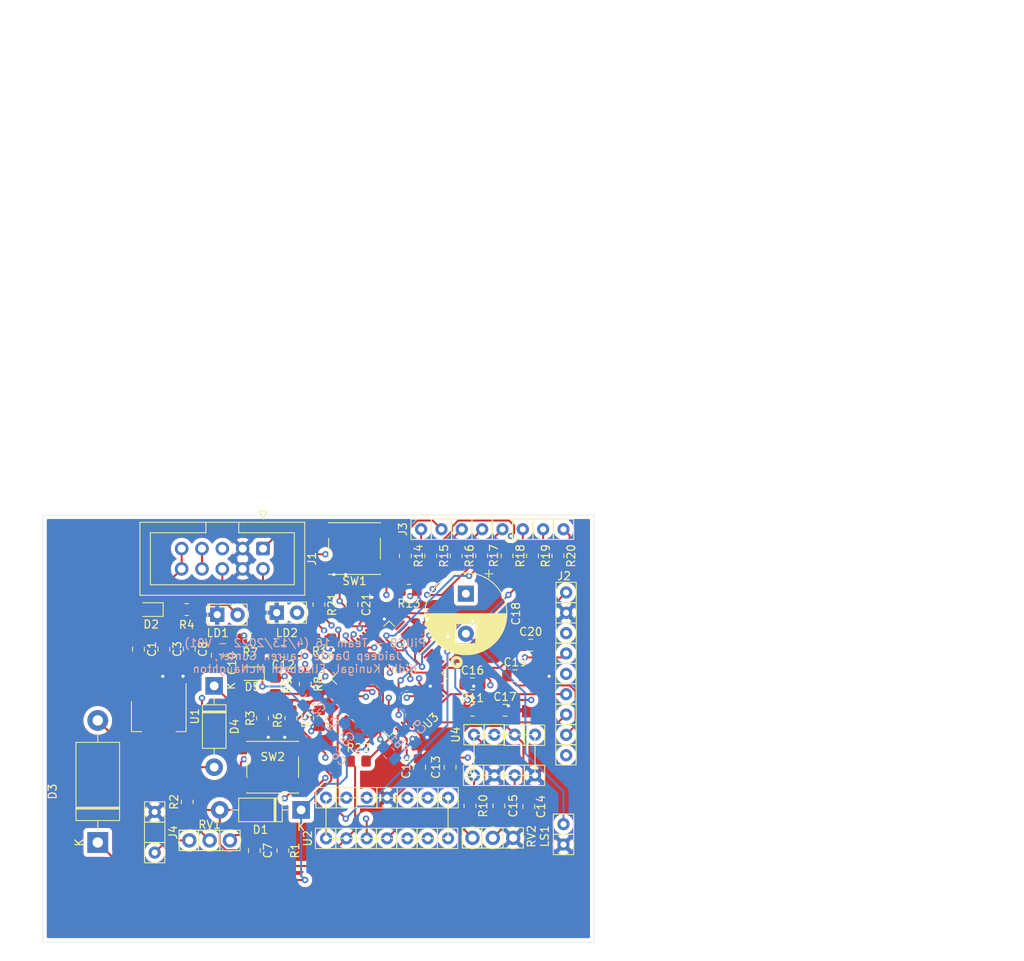
<source format=kicad_pcb>
(kicad_pcb (version 20211014) (generator pcbnew)
  (title_block (title "PillCB - Team 16") (date "2020-06-22") (rev "v01") (comment 4 "Jaideep Damle, Lauren Gunter, Nidhi Kunigal, Elizabeth McNaughton"))
  (layers (0 "F.Cu" signal) (1 "In1.Cu" signal "Ground.Cu") (2 "In2.Cu" signal "Power.Cu") (31 "B.Cu" signal) (34 "B.Paste" user) (35 "F.Paste" user) (36 "B.SilkS" user "B.Silkscreen") (37 "F.SilkS" user "F.Silkscreen") (38 "B.Mask" user) (39 "F.Mask" user) (44 "Edge.Cuts" user))
  (net 0 "")
  (net 1 "Net-(R10-Pad1)")
  (net 2 "GND")
  (net 3 "Net-(RV2-Pad2)")
  (net 4 "Net-(C18-Pad1)")
  (net 5 "+5V")
  (net 6 "Net-(C16-Pad1)")
  (net 7 "Net-(C15-Pad2)")
  (net 8 "Net-(R8-Pad2)")
  (net 9 "Net-(C7-Pad1)")
  (net 10 "Net-(R5-Pad2)")
  (net 11 "+3V0")
  (net 12 "PB8")
  (net 13 "PB11")
  (net 14 "PB14")
  (net 15 "PB5")
  (net 16 "PB3")
  (net 17 "/ignore")
  (net 18 "/AC_SIGNAL")
  (net 19 "/PC0")
  (net 20 "/PC1")
  (net 21 "/PC7")
  (net 22 "/PC2")
  (net 23 "/PC3")
  (net 24 "/PC4")
  (net 25 "/PC5")
  (net 26 "/PC6")
  (net 27 "/NRST")
  (net 28 "/BOOT0")
  (net 29 "Net-(C17-Pad1)")
  (net 30 "Net-(C15-Pad1)")
  (net 31 "/PB2")
  (net 32 "Net-(LD2-Pad2)")
  (net 33 "Net-(LD1-Pad2)")
  (net 34 "Net-(R2-Pad1)")
  (net 35 "Net-(R1-Pad1)")
  (net 36 "Net-(C13-Pad2)")
  (net 37 "Net-(C10-Pad1)")
  (net 38 "/PC13")
  (net 39 "/PC14")
  (net 40 "/PC15")
  (net 41 "/PF0")
  (net 42 "/PF1")
  (net 43 "/3VA")
  (net 44 "/PA0")
  (net 45 "/PA1")
  (net 46 "/PA2")
  (net 47 "/PA3")
  (net 48 "/PA4")
  (net 49 "/PA5")
  (net 50 "/PA6")
  (net 51 "/PA7")
  (net 52 "/PB0")
  (net 53 "/PB1")
  (net 54 "/PB10")
  (net 55 "/PB12")
  (net 56 "/PB13")
  (net 57 "/PB15")
  (net 58 "/PC8")
  (net 59 "/PC9")
  (net 60 "/PA8")
  (net 61 "/PA9")
  (net 62 "/PA10")
  (net 63 "/PA11")
  (net 64 "/PA12")
  (net 65 "/PA13")
  (net 66 "/PA14")
  (net 67 "/PA15")
  (net 68 "/PC10")
  (net 69 "/PC11")
  (net 70 "/PC12")
  (net 71 "/PD2")
  (net 72 "/PB4")
  (net 73 "/PB6")
  (net 74 "/PB7")
  (net 75 "/PB9")
  (net 76 "Net-(D3-Pad2)")
  (net 77 "/U5V")
  (net 79 "/V3.3_IN")
  (net 80 "Net-(J3-Pad1)")
  (net 81 "Net-(J3-Pad2)")
  (net 82 "Net-(J3-Pad3)")
  (net 83 "Net-(J3-Pad4)")
  (net 84 "Net-(J3-Pad5)")
  (net 85 "Net-(J3-Pad6)")
  (net 86 "Net-(J3-Pad7)")
  (net 87 "Net-(J3-Pad8)")
  (net 88 "Net-(LS1-Pad1)")
  (net 89 "Net-(R22-Pad2)")
  (footprint "local_models:J2" (layer "F.Cu") (at 135.14562 101.01676)
    (fp_text reference "J3")
    (fp_text value "Conn_01x08_Female")
  )
  (footprint "Capacitor_SMD:C_0805_2012Metric_Pad1.18x1.45mm_HandSolder" (layer "F.Cu") (at 139.95012 115.49476)
    (fp_text reference "C20")
    (fp_text value "10uF")
  )
  (footprint "Capacitor_THT:CP_Radial_D10.0mm_P5.00mm" (layer "F.Cu") (at 131.84362 109.063083 -90)
    (fp_text reference "C18")
    (fp_text value "220uF")
  )
  (footprint "Resistor_SMD:R_0805_2012Metric_Pad1.20x1.40mm_HandSolder" (layer "F.Cu") (at 136.98712 104.33476 -90)
    (fp_text reference "R18")
    (fp_text value "1K")
  )
  (footprint "Diode_THT:D_DO-201_P15.24mm_Horizontal" (layer "F.Cu") (at 85.86962 140.13276 90)
    (fp_text reference "D3")
    (fp_text value "1N522B")
  )
  (footprint "Capacitor_SMD:C_0805_2012Metric_Pad1.18x1.45mm_HandSolder" (layer "F.Cu") (at 135.97112 135.56076 90)
    (fp_text reference "C15")
    (fp_text value "10uF")
  )
  (footprint "Diode_SMD:D_SOD-323" (layer "F.Cu") (at 105.17362 119.05076 180)
    (fp_text reference "D5")
    (fp_text value "BAT60JFILM")
  )
  (footprint "Capacitor_SMD:C_0805_2012Metric_Pad1.18x1.45mm_HandSolder" (layer "F.Cu") (at 132.66912 120.32076)
    (fp_text reference "C16")
    (fp_text value "10uF")
  )
  (footprint "local_models:potentiometer" (layer "F.Cu") (at 97.29962 139.87876 -90)
    (fp_text reference "RV1")
    (fp_text value "R_Potentiometer_10k")
  )
  (footprint "local_models:J1" (layer "F.Cu") (at 92.98162 138.86276 90)
    (fp_text reference "J4")
    (fp_text value "Conn_01x02_Female")
  )
  (footprint "Capacitor_SMD:C_0805_2012Metric_Pad1.18x1.45mm_HandSolder" (layer "F.Cu") (at 109.02562 116.25676 180)
    (fp_text reference "C12")
    (fp_text value ".1uF")
  )
  (footprint "Capacitor_SMD:C_0805_2012Metric_Pad1.18x1.45mm_HandSolder" (layer "F.Cu") (at 90.94962 115.98126 -90)
    (fp_text reference "C1")
    (fp_text value "22uF")
  )
  (footprint "Button_Switch_SMD:SW_SPST_PTS645" (layer "F.Cu") (at 117.93712 103.42976 180)
    (fp_text reference "SW1")
    (fp_text value "SW_Push")
  )
  (footprint "Resistor_SMD:R_0805_2012Metric_Pad1.20x1.40mm_HandSolder" (layer "F.Cu") (at 106.44362 124.62276 90)
    (fp_text reference "R3")
    (fp_text value "1M")
  )
  (footprint "Resistor_SMD:R_0805_2012Metric_Pad1.20x1.40mm_HandSolder" (layer "F.Cu") (at 96.98212 111.04976)
    (fp_text reference "R4")
    (fp_text value "5.1k")
  )
  (footprint "Resistor_SMD:R_0805_2012Metric_Pad1.20x1.40mm_HandSolder" (layer "F.Cu") (at 111.77762 120.33676 -90)
    (fp_text reference "R8")
    (fp_text value "12k")
  )
  (footprint "local_models:LS1" (layer "F.Cu") (at 144.03562 139.11676 -90)
    (fp_text reference "LS1")
    (fp_text value "Speaker")
  )
  (footprint "Button_Switch_SMD:SW_SPST_PTS645" (layer "F.Cu") (at 107.71362 130.73476)
    (fp_text reference "SW2")
    (fp_text value "SW_Push")
  )
  (footprint "Resistor_SMD:R_0805_2012Metric_Pad1.20x1.40mm_HandSolder" (layer "F.Cu") (at 108.03112 120.57476 90)
    (fp_text reference "R9")
    (fp_text value "2.2k")
  )
  (footprint "Resistor_SMD:R_0805_2012Metric_Pad1.20x1.40mm_HandSolder" (layer "F.Cu") (at 113.55562 124.62276 90)
    (fp_text reference "R5")
    (fp_text value "10k")
  )
  (footprint "Resistor_SMD:R_0805_2012Metric_Pad1.20x1.40mm_HandSolder" (layer "F.Cu") (at 132.66912 123.62276)
    (fp_text reference "R11")
    (fp_text value "10")
  )
  (footprint "local_models:U2" (layer "F.Cu") (at 122.00112 137.08476 90)
    (fp_text reference "U2")
    (fp_text value "LM324")
  )
  (footprint "Capacitor_SMD:C_0805_2012Metric_Pad1.18x1.45mm_HandSolder" (layer "F.Cu") (at 138.00312 119.30476)
    (fp_text reference "C19")
    (fp_text value ".1uF")
  )
  (footprint "LED_THT:LED_D2.0mm_W4.8mm_H2.5mm_FlatTop" (layer "F.Cu") (at 108.21662 111.43076)
    (fp_text reference "LD2")
    (fp_text value "LED_Green")
  )
  (footprint "Capacitor_SMD:C_0805_2012Metric_Pad1.18x1.45mm_HandSolder" (layer "F.Cu") (at 126.06512 130.73476 90)
    (fp_text reference "C11")
    (fp_text value ".1uF")
  )
  (footprint "Package_QFP:LQFP-64_10x10mm_P0.5mm" (layer "F.Cu") (at 122.25512 119.68576 -135)
    (fp_text reference "U3")
    (fp_text value "STM32F091RCTx")
  )
  (footprint "Diode_THT:D_DO-41_SOD81_P10.16mm_Horizontal" (layer "F.Cu") (at 111.26962 136.06876 180)
    (fp_text reference "D1")
    (fp_text value "1N5819")
  )
  (footprint "Resistor_SMD:R_0805_2012Metric_Pad1.20x1.40mm_HandSolder" (layer "F.Cu") (at 109.99962 124.60676 90)
    (fp_text reference "R6")
    (fp_text value "120k")
  )
  (footprint "local_models:potentiometer" (layer "F.Cu") (at 132.66912 139.56126 -90)
    (fp_text reference "RV2")
    (fp_text value "R_Potentiometer_10k")
  )
  (footprint "LED_THT:LED_D2.0mm_W4.8mm_H2.5mm_FlatTop" (layer "F.Cu") (at 100.78712 111.68476)
    (fp_text reference "LD1")
    (fp_text value "LED_Red")
  )
  (footprint "Resistor_SMD:R_0805_2012Metric_Pad1.20x1.40mm_HandSolder" (layer "F.Cu") (at 140.16212 104.33476 -90)
    (fp_text reference "R19")
    (fp_text value "1K")
  )
  (footprint "Capacitor_SMD:C_0805_2012Metric_Pad1.18x1.45mm_HandSolder" (layer "F.Cu") (at 94.12462 115.98126 -90)
    (fp_text reference "C3")
    (fp_text value ".1uF")
  )
  (footprint "Resistor_SMD:R_0805_2012Metric_Pad1.20x1.40mm_HandSolder" (layer "F.Cu") (at 143.33712 104.33476 -90)
    (fp_text reference "R20")
    (fp_text value "1K")
  )
  (footprint "Package_TO_SOT_SMD:SOT-223-3_TabPin2" (layer "F.Cu") (at 93.48962 124.38476 -90)
    (fp_text reference "U1")
    (fp_text value "LD1117S33TR_SOT223")
  )
  (footprint "Capacitor_SMD:C_0805_2012Metric_Pad1.18x1.45mm_HandSolder" (layer "F.Cu") (at 117.61962 110.41476 90)
    (fp_text reference "C21")
    (fp_text value ".1uF")
  )
  (footprint "Capacitor_SMD:C_0805_2012Metric_Pad1.18x1.45mm_HandSolder" (layer "F.Cu") (at 139.7 135.6575 90)
    (fp_text reference "C14")
    (fp_text value ".1uF")
  )
  (footprint "Resistor_SMD:R_0805_2012Metric_Pad1.20x1.40mm_HandSolder" (layer "F.Cu") (at 108.98362 141.14876 -90)
    (fp_text reference "R1")
    (fp_text value "10k")
  )
  (footprint "Capacitor_SMD:C_0805_2012Metric_Pad1.18x1.45mm_HandSolder" (layer "F.Cu") (at 129.87512 130.73476 -90)
    (fp_text reference "C13")
    (fp_text value "10uF")
  )
  (footprint "Resistor_SMD:R_0805_2012Metric_Pad1.20x1.40mm_HandSolder" (layer "F.Cu") (at 113.49212 110.41476 -90)
    (fp_text reference "R21")
    (fp_text value "100K")
  )
  (footprint "Capacitor_SMD:C_0805_2012Metric_Pad1.18x1.45mm_HandSolder" (layer "F.Cu") (at 97.29962 115.98126 -90)
    (fp_text reference "C8")
    (fp_text value ".1uF")
  )
  (footprint "Diode_THT:D_DO-41_SOD81_P10.16mm_Horizontal" (layer "F.Cu") (at 100.41112 120.57476 -90)
    (fp_text reference "D4")
    (fp_text value "1N5819")
  )
  (footprint "Diode_SMD:D_SOD-323" (layer "F.Cu") (at 92.53712 111.04976 180)
    (fp_text reference "D2")
    (fp_text value "BAT60JFILM")
  )
  (footprint "Resistor_SMD:R_0805_2012Metric_Pad1.20x1.40mm_HandSolder" (layer "F.Cu") (at 127.46212 104.33476 -90)
    (fp_text reference "R15")
    (fp_text value "1K")
  )
  (footprint "Resistor_SMD:R_0805_2012Metric_Pad1.20x1.40mm_HandSolder" (layer "F.Cu") (at 118.38162 129.97276)
    (fp_text reference "R22")
    (fp_text value "10k")
  )
  (footprint "Resistor_SMD:R_0805_2012Metric_Pad1.20x1.40mm_HandSolder" (layer "F.Cu") (at 130.63712 104.33476 -90)
    (fp_text reference "R16")
    (fp_text value "1K")
  )
  (footprint "Resistor_SMD:R_0805_2012Metric_Pad1.20x1.40mm_HandSolder" (layer "F.Cu") (at 104.90362 114.73276 180)
    (fp_text reference "R7")
    (fp_text value "1k")
  )
  (footprint "Capacitor_SMD:C_0805_2012Metric_Pad1.18x1.45mm_HandSolder" (layer "F.Cu") (at 136.73312 123.62276)
    (fp_text reference "C17")
    (fp_text value ".1uF")
  )
  (footprint "local_models:U4" (layer "F.Cu") (at 136.66962 129.21076 90)
    (fp_text reference "U4")
    (fp_text value "LM386")
  )
  (footprint "Resistor_SMD:R_0805_2012Metric_Pad1.20x1.40mm_HandSolder" (layer "F.Cu") (at 132.35162 135.56076 -90)
    (fp_text reference "R10")
    (fp_text value "1.2K")
  )
  (footprint "Resistor_SMD:R_0805_2012Metric_Pad1.20x1.40mm_HandSolder" (layer "F.Cu") (at 133.81212 104.31876 90)
    (fp_text reference "R17")
    (fp_text value "1K")
  )
  (footprint "Resistor_SMD:R_0805_2012Metric_Pad1.20x1.40mm_HandSolder" (layer "F.Cu") (at 124.73162 108.63676 180)
    (fp_text reference "R13")
    (fp_text value "1K")
  )
  (footprint "Resistor_SMD:R_0805_2012Metric_Pad1.20x1.40mm_HandSolder" (layer "F.Cu") (at 124.28712 104.33476 -90)
    (fp_text reference "R14")
    (fp_text value "1K")
  )
  (footprint "local_models:J3" (layer "F.Cu") (at 145.633745 119.05076)
    (fp_text reference "J2")
    (fp_text value "Conn_01x09_Female")
  )
  (footprint "Connector_IDC:IDC-Header_2x05_P2.54mm_Vertical" (layer "F.Cu") (at 106.50712 103.42976 -90)
    (fp_text reference "J1")
    (fp_text value "Conn_02x05_Odd_Even")
  )
  (footprint "Capacitor_SMD:C_0805_2012Metric_Pad1.18x1.45mm_HandSolder" (layer "F.Cu") (at 105.42762 141.14876 -90)
    (fp_text reference "C7")
    (fp_text value ".1uF")
  )
  (footprint "Resistor_SMD:R_0805_2012Metric_Pad1.20x1.40mm_HandSolder" (layer "F.Cu") (at 97.04562 135.06876 90)
    (fp_text reference "R2")
    (fp_text value "10k")
  )
  (footprint "Capacitor_SMD:C_0805_2012Metric_Pad1.18x1.45mm_HandSolder" (layer "F.Cu") (at 100.79212 116.76476 -90)
    (fp_text reference "C10")
    (fp_text value "22uF")
  )
  (footprint "Resistor_SMD:R_0805_2012Metric_Pad1.20x1.40mm_HandSolder" (layer "F.Cu") (at 114.06362 114.73276)
    (fp_text reference "R12")
    (fp_text value "100K")
  )
  (footprint "Capacitor_SMD:C_0805_2012Metric_Pad1.18x1.45mm_HandSolder" (layer "B.Cu") (at 114.00012 124.13076 45)
    (fp_text reference "C4")
    (fp_text value ".1uF")
  )
  (footprint "Capacitor_SMD:C_0805_2012Metric_Pad1.18x1.45mm_HandSolder" (layer "B.Cu") (at 117.711497 127.94076 45)
    (fp_text reference "C6")
    (fp_text value ".1uF")
  )
  (footprint "Capacitor_SMD:C_0805_2012Metric_Pad1.18x1.45mm_HandSolder" (layer "B.Cu") (at 112.313997 122.324383 45)
    (fp_text reference "C2")
    (fp_text value ".1uF")
  )
  (footprint "Capacitor_SMD:C_0805_2012Metric_Pad1.18x1.45mm_HandSolder" (layer "B.Cu") (at 124.79512 126.92476 135)
    (fp_text reference "C9")
    (fp_text value ".1uF")
  )
  (footprint "Inductor_SMD:L_0805_2012Metric_Pad1.15x1.40mm_HandSolder" (layer "B.Cu") (at 122.25512 128.95676 135)
    (fp_text reference "FB1")
    (fp_text value "Ferrite Bead")
  )
  (footprint "Capacitor_SMD:C_0805_2012Metric_Pad1.18x1.45mm_HandSolder" (layer "B.Cu") (at 115.90512 126.03576 45)
    (fp_text reference "C5")
    (fp_text value ".1uF")
  )
  (gr_circle (center 130.69 117.612039) (end 131.257961 117.612039) (layer "F.SilkS") (width 0.4) (fill none))
  (gr_rect (start 79.01162 152.57876) (end 147.84562 99.23876) (layer "Edge.Cuts") (width 0.05) (fill none))
  (gr_text "PillCB - Team 16 (4/13/2022 - V01)\nJaideep Damle, Lauren Gunter, \nNidhi Kunigal, Elizabeth McNaughton" (at 111.76 116.84) (layer "B.SilkS") (effects (font (size 1 1)) (justify mirror)))
  (segment (start 132.85962 134.05276) (end 132.35162 134.56076) (width 0.25) (layer "F.Cu") (net 1))
  (segment (start 132.85962 131.75076) (end 132.85962 134.05276) (width 0.25) (layer "F.Cu") (net 1))
  (segment (start 124.65552 111.95552) (end 121.936681 111.95552) (width 0.25) (layer "F.Cu") (net 2))
  (segment (start 97.29962 118.60038) (end 97.29962 117.01876) (width 0.25) (layer "F.Cu") (net 2))
  (segment (start 107.46814 126.69998) (end 107.16812 127) (width 0.25) (layer "F.Cu") (net 2))
  (segment (start 107.46814 124.64728) (end 107.46814 126.69998) (width 0.25) (layer "F.Cu") (net 2))
  (segment (start 135.39962 131.75076) (end 135.39962 132.020753) (width 0.25) (layer "F.Cu") (net 2))
  (segment (start 114.35326 105.67976) (end 115.3535 106.68) (width 0.25) (layer "F.Cu") (net 2))
  (segment (start 137.77062 123.62276) (end 137.721749 123.62276) (width 0.25) (layer "F.Cu") (net 2))
  (segment (start 142.16476 119.30476) (end 142.24 119.38) (width 0.25) (layer "F.Cu") (net 2))
  (segment (start 125.030514 114.435492) (end 125.624487 113.841519) (width 0.25) (layer "F.Cu") (net 2))
  (segment (start 114.3 115.580565) (end 114.608848 115.889413) (width 0.25) (layer "F.Cu") (net 2))
  (segment (start 115.024511 115.024511) (end 114.389571 114.389571) (width 0.25) (layer "F.Cu") (net 2))
  (segment (start 116.84 108.59764) (end 117.61962 109.37726) (width 0.25) (layer "F.Cu") (net 2))
  (segment (start 125.624487 113.841519) (end 125.624487 112.924487) (width 0.25) (layer "F.Cu") (net 2))
  (segment (start 115.06362 114.73276) (end 115.06362 115.604852) (width 0.25) (layer "F.Cu") (net 2))
  (segment (start 115.298441 117.325275) (end 115.298441 116.1155) (width 0.25) (layer "F.Cu") (net 2))
  (segment (start 115.350218 116.794899) (end 115.350218 117.377052) (width 0.25) (layer "F.Cu") (net 2))
  (segment (start 107.40488 116.84) (end 107.98812 116.25676) (width 0.25) (layer "F.Cu") (net 2))
  (segment (start 121.661701 112.2305) (end 121.504953 112.073752) (width 0.25) (layer "F.Cu") (net 2))
  (segment (start 125.624487 112.924487) (end 124.65552 111.95552) (width 0.25) (layer "F.Cu") (net 2))
  (segment (start 94.12462 119.23538) (end 93.98 119.38) (width 0.25) (layer "F.Cu") (net 2))
  (segment (start 127 128.76238) (end 126.06512 129.69726) (width 0.25) (layer "F.Cu") (net 2))
  (segment (start 106.94812 116.84) (end 107.40488 116.84) (width 0.25) (layer "F.Cu") (net 2))
  (segment (start 96.52 119.38) (end 97.29962 118.60038) (width 0.25) (layer "F.Cu") (net 2))
  (segment (start 115.944192 117.971026) (end 115.298441 117.325275) (width 0.25) (layer "F.Cu") (net 2))
  (segment (start 133.41512 120.61226) (end 133.70662 120.32076) (width 0.25) (layer "F.Cu") (net 2))
  (segment (start 127 127) (end 127 128.76238) (width 0.25) (layer "F.Cu") (net 2))
  (segment (start 121.504953 112.073752) (end 120.28651 112.073752) (width 0.25) (layer "F.Cu") (net 2))
  (segment (start 114.3 114.389571) (end 114.3 115.580565) (width 0.25) (layer "F.Cu") (net 2))
  (segment (start 119.573108 127) (end 116.84 127) (width 0.25) (layer "F.Cu") (net 2))
  (segment (start 132.81862 120.61226) (end 133.41512 120.61226) (width 0.25) (layer "F.Cu") (net 2))
  (segment (start 116.84 106.68) (end 116.84 108.59764) (width 0.25) (layer "F.Cu") (net 2))
  (segment (start 137.721749 123.62276) (end 137.16 123.061011) (width 0.25) (layer "F.Cu") (net 2))
  (segment (start 106.44362 123.62276) (end 107.46814 124.64728) (width 0.25) (layer "F.Cu") (net 2))
  (segment (start 127.777814 120.61226) (end 127.399321 120.61226) (width 0.25) (layer "F.Cu") (net 2))
  (segment (start 139.04062 119.30476) (end 142.16476 119.30476) (width 0.25) (layer "F.Cu") (net 2))
  (segment (start 105.602475 142.361115) (end 105.42762 142.18626) (width 0.25) (layer "F.Cu") (net 2))
  (segment (start 120.57642 125.996688) (end 119.573108 127) (width 0.25) (layer "F.Cu") (net 2))
  (segment (start 115.06362 115.604852) (end 115.801943 116.343174) (width 0.25) (layer "F.Cu") (net 2))
  (segment (start 128.566048 121.400494) (end 127.777814 120.61226) (width 0.25) (layer "F.Cu") (net 2))
  (segment (start 119.946412 112.780858) (end 120.540386 113.374832) (width 0.25) (layer "F.Cu") (net 2))
  (segment (start 120.540386 125.996688) (end 120.57642 125.996688) (width 0.25) (layer "F.Cu") (net 2))
  (segment (start 109.22 127) (end 110.20886 127) (width 0.25) (layer "F.Cu") (net 2))
  (segment (start 110.20886 127) (end 111.69362 128.48476) (width 0.25) (layer "F.Cu") (net 2))
  (segment (start 117.757657 109.515297) (end 120.109301 109.515297) (width 0.25) (layer "F.Cu") (net 2))
  (segment (start 119.946412 112.41385) (end 119.946412 112.780858) (width 0.25) (layer "F.Cu") (net 2))
  (segment (start 106.45962 123.60676) (end 106.44362 123.62276) (width 0.25) (layer "F.Cu") (net 2))
  (segment (start 115.06362 114.73276) (end 115.407737 114.73276) (width 0.25) (layer "F.Cu") (net 2))
  (segment (start 114.389571 114.389571) (end 114.3 114.389571) (width 0.25) (layer "F.Cu") (net 2))
  (segment (start 140.98762 114.828136) (end 140.98762 115.49476) (width 0.25) (layer "F.Cu") (net 2))
  (segment (start 144.363745 111.452011) (end 140.98762 114.828136) (width 0.25) (layer "F.Cu") (net 2))
  (segment (start 117.61962 109.37726) (end 117.757657 109.515297) (width 0.25) (layer "F.Cu") (net 2))
  (segment (start 120.28651 112.073752) (end 119.946412 112.41385) (width 0.25) (layer "F.Cu") (net 2))
  (segment (start 94.12462 117.01876) (end 94.12462 119.23538) (width 0.25) (layer "F.Cu") (net 2))
  (segment (start 115.801943 116.343174) (end 115.350218 116.794899) (width 0.25) (layer "F.Cu") (net 2))
  (segment (start 115.350218 117.377052) (end 115.944192 117.971026) (width 0.25) (layer "F.Cu") (net 2))
  (segment (start 121.936681 111.95552) (end 121.661701 112.2305) (width 0.25) (layer "F.Cu") (net 2))
  (segment (start 113.95712 105.67976) (end 114.35326 105.67976) (width 0.25) (layer "F.Cu") (net 2))
  (via (at 107.16812 127) (size 0.8) (drill 0.4) (layers "F.Cu" "B.Cu") (net 2))
  (via (at 115.298441 116.1155) (size 0.8) (drill 0.4) (layers "F.Cu" "B.Cu") (net 2))
  (via (at 114.3 121.92) (size 0.8) (drill 0.4) (layers "F.Cu" "B.Cu") (net 2))
  (via (at 121.661701 112.2305) (size 0.8) (drill 0.4) (layers "F.Cu" "B.Cu") (net 2))
  (via (at 115.3535 106.68) (size 0.8) (drill 0.4) (layers "F.Cu" "B.Cu") (net 2))
  (via (at 116.84 106.68) (size 0.8) (drill 0.4) (layers "F.Cu" "B.Cu") (net 2))
  (via (at 142.24 119.38) (size 0.8) (drill 0.4) (layers "F.Cu" "B.Cu") (net 2))
  (via (at 114.608848 115.889413) (size 0.8) (drill 0.4) (layers "F.Cu" "B.Cu") (net 2))
  (via (at 106.94812 116.84) (size 0.8) (drill 0.4) (layers "F.Cu" "B.Cu") (net 2))
  (via (at 120.109301 109.515297) (size 0.8) (drill 0.4) (layers "F.Cu" "B.Cu") (net 2))
  (via (at 127 127) (size 0.8) (drill 0.4) (layers "F.Cu" "B.Cu") (net 2))
  (via (at 96.52 119.38) (size 0.8) (drill 0.4) (layers "F.Cu" "B.Cu") (net 2))
  (via (at 109.22 127) (size 0.8) (drill 0.4) (layers "F.Cu" "B.Cu") (net 2))
  (via (at 137.16 123.061011) (size 0.8) (drill 0.4) (layers "F.Cu" "B.Cu") (net 2))
  (via (at 132.81862 120.61226) (size 0.8) (drill 0.4) (layers "F.Cu" "B.Cu") (net 2))
  (via (at 116.84 127) (size 0.8) (drill 0.4) (layers "F.Cu" "B.Cu") (net 2))
  (via (at 93.98 119.38) (size 0.8) (drill 0.4) (layers "F.Cu" "B.Cu") (net 2))
  (via (at 127.399321 120.61226) (size 0.8) (drill 0.4) (layers "F.Cu" "B.Cu") (net 2))
  (segment (start 108.21662 111.43076) (end 108.21662 112.76338) (width 0.25) (layer "B.Cu") (net 2))
  (segment (start 106.68 116.57188) (end 106.94812 116.84) (width 0.25) (layer "B.Cu") (net 2))
  (segment (start 118.44512 127.108514) (end 116.638743 125.302137) (width 0.25) (layer "B.Cu") (net 2))
  (segment (start 114.3 121.92) (end 114.3 122.963394) (width 0.25) (layer "B.Cu") (net 2))
  (segment (start 114.225973 115.889413) (end 113.04762 117.067766) (width 0.25) (layer "B.Cu") (net 2))
  (segment (start 123.744103 123.481489) (end 124.168511 123.905897) (width 0.25) (layer "B.Cu") (net 2))
  (segment (start 123.735489 123.481489) (end 123.744103 123.481489) (width 0.25) (layer "B.Cu") (net 2))
  (segment (start 127.399321 120.61226) (end 126.674832 121.336749) (width 0.25) (layer "B.Cu") (net 2))
  (segment (start 123.735489 121.761157) (end 123.735489 123.481489) (width 0.25) (layer "B.Cu") (net 2))
  (segment (start 118.44512 127.207137) (end 118.44512 127.108514) (width 0.25) (layer "B.Cu") (net 2))
  (segment (start 113.04762 117.067766) (end 113.04762 121.59076) (width 0.25) (layer "B.Cu") (net 2))
  (segment (start 124.168511 123.905897) (end 124.168511 126.084123) (width 0.25) (layer "B.Cu") (net 2))
  (segment (start 108.21662 112.76338) (end 106.68 114.3) (width 0.25) (layer "B.Cu") (net 2))
  (segment (start 116.84 127) (end 118.237983 127) (width 0.25) (layer "B.Cu") (net 2))
  (segment (start 124.159897 121.336749) (end 123.735489 121.761157) (width 0.25) (layer "B.Cu") (net 2))
  (segment (start 114.608848 115.889413) (end 114.225973 115.889413) (width 0.25) (layer "B.Cu") (net 2))
  (segment (start 124.168511 126.084123) (end 124.061497 126.191137) (width 0.25) (layer "B.Cu") (net 2))
  (segment (start 114.3 122.963394) (end 114.733743 123.397137) (width 0.25) (layer "B.Cu") (net 2))
  (segment (start 124.061497 126.191137) (end 126.191137 126.191137) (width 0.25) (layer "B.Cu") (net 2))
  (segment (start 118.237983 127) (end 118.44512 127.207137) (width 0.25) (layer "B.Cu") (net 2))
  (segment (start 126.674832 121.336749) (end 124.159897 121.336749) (width 0.25) (layer "B.Cu") (net 2))
  (segment (start 126.191137 126.191137) (end 127 127) (width 0.25) (layer "B.Cu") (net 2))
  (segment (start 106.68 114.3) (end 106.68 116.57188) (width 0.25) (layer "B.Cu") (net 2))
  (segment (start 137.93962 136.83076) (end 137.93962 131.75076) (width 0.25) (layer "F.Cu") (net 3))
  (segment (start 135.20912 139.56126) (end 137.93962 136.83076) (width 0.25) (layer "F.Cu") (net 3))
  (segment (start 132.955369 122.336511) (end 139.9968 122.336511) (width 0.25) (layer "F.Cu") (net 4))
  (segment (start 131.66912 123.62276) (end 132.955369 122.336511) (width 0.25) (layer "F.Cu") (net 4))
  (segment (start 131.66912 123.62276) (end 131.66912 122.747391) (width 0.25) (layer "F.Cu") (net 4))
  (segment (start 131.66912 122.747391) (end 132.08 122.336511) (width 0.25) (layer "F.Cu") (net 4))
  (via (at 139.9968 122.336511) (size 0.8) (drill 0.4) (layers "F.Cu" "B.Cu") (net 4))
  (via (at 132.698258 112.4845) (size 0.8) (drill 0.4) (layers "F.Cu" "B.Cu") (net 4))
  (via (at 132.08 122.336511) (size 0.8) (drill 0.4) (layers "F.Cu" "B.Cu") (net 4))
  (segment (start 130.519109 120.77562) (end 130.519109 113.514451) (width 0.25) (layer "B.Cu") (net 4))
  (segment (start 132.08 122.336511) (end 130.519109 120.77562) (width 0.25) (layer "B.Cu") (net 4))
  (segment (start 131.54906 112.4845) (end 132.698258 112.4845) (width 0.25) (layer "B.Cu") (net 4))
  (segment (start 130.519109 113.514451) (end 131.54906 112.4845) (width 0.25) (layer "B.Cu") (net 4))
  (segment (start 91.99914 115.99328) (end 90.94962 114.94376) (width 0.25) (layer "F.Cu") (net 5))
  (segment (start 137.93962 126.67076) (end 136.853109 125.584249) (width 0.25) (layer "F.Cu") (net 5))
  (segment (start 139.026131 134.022271) (end 139.102271 134.022271) (width 0.25) (layer "F.Cu") (net 5))
  (segment (start 91.945838 129.54) (end 91.18962 128.783782) (width 0.25) (layer "F.Cu") (net 5))
  (segment (start 91.18962 128.783782) (end 91.18962 121.23476) (width 0.25) (layer "F.Cu") (net 5))
  (segment (start 123.20762 134.3417) (end 123.20762 138.41826) (width 0.25) (layer "F.Cu") (net 5))
  (segment (start 98.882217 125.691185) (end 95.033402 129.54) (width 0.25) (layer "F.Cu") (net 5))
  (segment (start 91.99914 120.42524) (end 91.99914 115.99328) (width 0.25) (layer "F.Cu") (net 5))
  (segment (start 93.58712 114.40626) (end 93.58712 111.04976) (width 0.25) (layer "F.Cu") (net 5))
  (segment (start 93.58712 111.04976) (end 95.98212 111.04976) (width 0.25) (layer "F.Cu") (net 5))
  (segment (start 139.102271 134.022271) (end 139.7 134.62) (width 0.25) (layer "F.Cu") (net 5))
  (segment (start 95.033402 129.54) (end 91.945838 129.54) (width 0.25) (layer "F.Cu") (net 5))
  (segment (start 125.77706 131.77226) (end 123.20762 134.3417) (width 0.25) (layer "F.Cu") (net 5))
  (segment (start 94.12462 114.94376) (end 93.58712 114.40626) (width 0.25) (layer "F.Cu") (net 5))
  (segment (start 90.94962 114.94376) (end 94.12462 114.94376) (width 0.25) (layer "F.Cu") (net 5))
  (segment (start 98.882217 122.09362) (end 98.882217 125.691185) (width 0.25) (layer "F.Cu") (net 5))
  (segment (start 132.253131 125.584249) (end 126.06512 131.77226) (width 0.25) (layer "F.Cu") (net 5))
  (segment (start 123.20762 138.41826) (end 122.00112 139.62476) (width 0.25) (layer "F.Cu") (net 5))
  (segment (start 91.18962 121.23476) (end 91.99914 120.42524) (width 0.25) (layer "F.Cu") (net 5))
  (segment (start 139.026131 134.022271) (end 139.026131 127.757271) (width 0.25) (layer "F.Cu") (net 5))
  (segment (start 139.026131 127.757271) (end 137.93962 126.67076) (width 0.25) (layer "F.Cu") (net 5))
  (segment (start 126.06512 131.77226) (end 125.77706 131.77226) (width 0.25) (layer "F.Cu") (net 5))
  (segment (start 136.853109 125.584249) (end 132.253131 125.584249) (width 0.25) (layer "F.Cu") (net 5))
  (via (at 98.882217 122.09362) (size 0.8) (drill 0.4) (layers "F.Cu" "B.Cu") (net 5))
  (segment (start 132.68114 119.27124) (end 131.63162 120.32076) (width 0.25) (layer "F.Cu") (net 6))
  (segment (start 134.282093 119.27124) (end 132.68114 119.27124) (width 0.25) (layer "F.Cu") (net 6))
  (segment (start 134.89362 119.882767) (end 134.282093 119.27124) (width 0.25) (layer "F.Cu") (net 6))
  (segment (start 134.89362 120.492791) (end 134.89362 119.882767) (width 0.25) (layer "F.Cu") (net 6))
  (via (at 134.89362 120.492791) (size 0.8) (drill 0.4) (layers "F.Cu" "B.Cu") (net 6))
  (segment (start 135.97112 134.52326) (end 134.12962 132.68176) (width 0.25) (layer "F.Cu") (net 7))
  (segment (start 134.12962 127.94076) (end 132.85962 126.67076) (width 0.25) (layer "F.Cu") (net 7))
  (segment (start 134.12962 132.68176) (end 134.12962 127.94076) (width 0.25) (layer "F.Cu") (net 7))
  (segment (start 108.03112 126.896282) (end 108.03112 121.57476) (width 0.25) (layer "F.Cu") (net 8))
  (segment (start 114.211206 132.804511) (end 114.600103 132.804511) (width 0.25) (layer "F.Cu") (net 8))
  (segment (start 114.600103 132.804511) (end 115.024511 132.380103) (width 0.25) (layer "F.Cu") (net 8))
  (segment (start 113.056446 135.006564) (end 113.056446 133.959271) (width 0.25) (layer "F.Cu") (net 8))
  (segment (start 115.024511 131.779897) (end 112.784614 129.54) (width 0.25) (layer "F.Cu") (net 8))
  (segment (start 110.674838 129.54) (end 108.03112 126.896282) (width 0.25) (layer "F.Cu") (net 8))
  (segment (start 114.38112 139.62476) (end 114.38112 136.331238) (width 0.25) (layer "F.Cu") (net 8))
  (segment (start 112.784614 129.54) (end 110.674838 129.54) (width 0.25) (layer "F.Cu") (net 8))
  (segment (start 108.03112 121.57476) (end 111.53962 121.57476) (width 0.25) (layer "F.Cu") (net 8))
  (segment (start 113.056446 133.959271) (end 114.211206 132.804511) (width 0.25) (layer "F.Cu") (net 8))
  (segment (start 115.024511 132.380103) (end 115.024511 131.779897) (width 0.25) (layer "F.Cu") (net 8))
  (segment (start 111.53962 121.57476) (end 111.77762 121.33676) (width 0.25) (layer "F.Cu") (net 8))
  (segment (start 114.38112 136.331238) (end 113.056446 135.006564) (width 0.25) (layer "F.Cu") (net 8))
  (segment (start 105.42762 140.11126) (end 105.42762 140.205253) (width 0.25) (layer "F.Cu") (net 9))
  (segment (start 101.10962 140.340481) (end 101.10962 136.06876) (width 0.25) (layer "F.Cu") (net 9))
  (segment (start 106.44362 132.348782) (end 102.723642 136.06876) (width 0.25) (layer "F.Cu") (net 9))
  (segment (start 97.04562 134.06876) (end 99.04562 136.06876) (width 0.25) (layer "F.Cu") (net 9))
  (segment (start 102.723642 136.06876) (end 101.10962 136.06876) (width 0.25) (layer "F.Cu") (net 9))
  (segment (start 105.42762 140.205253) (end 108.295647 143.07328) (width 0.25) (layer "F.Cu") (net 9))
  (segment (start 117.38162 130.08162) (end 117.38162 129.97276) (width 0.25) (layer "F.Cu") (net 9))
  (segment (start 105.42762 140.11126) (end 104.435609 141.103271) (width 0.25) (layer "F.Cu") (net 9))
  (segment (start 104.435609 141.103271) (end 101.87241 141.103271) (width 0.25) (layer "F.Cu") (net 9))
  (segment (start 118.007631 130.707631) (end 117.38162 130.08162) (width 0.25) (layer "F.Cu") (net 9))
  (segment (start 106.44362 125.62276) (end 106.44362 132.348782) (width 0.25) (layer "F.Cu") (net 9))
  (segment (start 101.87241 141.103271) (end 101.10962 140.340481) (width 0.25) (layer "F.Cu") (net 9))
  (segment (start 100.41112 120.57476) (end 105.45912 125.62276) (width 0.25) (layer "F.Cu") (net 9))
  (segment (start 116.92112 139.62476) (end 118.007631 138.538249) (width 0.25) (layer "F.Cu") (net 9))
  (segment (start 118.007631 138.538249) (end 118.007631 130.707631) (width 0.25) (layer "F.Cu") (net 9))
  (segment (start 105.45912 125.62276) (end 106.44362 125.62276) (width 0.25) (layer "F.Cu") (net 9))
  (segment (start 99.04562 136.06876) (end 101.10962 136.06876) (width 0.25) (layer "F.Cu") (net 9))
  (segment (start 113.4726 143.07328) (end 116.92112 139.62476) (width 0.25) (layer "F.Cu") (net 9))
  (segment (start 108.295647 143.07328) (end 113.4726 143.07328) (width 0.25) (layer "F.Cu") (net 9))
  (segment (start 109.99962 125.60676) (end 111.98362 123.62276) (width 0.25) (layer "F.Cu") (net 10))
  (segment (start 111.761777 124.47785) (end 112.70053 124.47785) (width 0.25) (layer "F.Cu") (net 10))
  (segment (start 112.70053 124.47785) (end 113.55562 123.62276) (width 0.25) (layer "F.Cu") (net 10))
  (segment (start 110.889642 125.60676) (end 109.99962 125.60676) (width 0.25) (layer "F.Cu") (net 10))
  (segment (start 111.77762 117.857123) (end 111.772548 117.852051) (width 0.25) (layer "F.Cu") (net 10))
  (segment (start 114.3 129.54) (end 114.3 129.017118) (width 0.25) (layer "F.Cu") (net 10))
  (segment (start 119.46112 137.24112) (end 119.38 137.16) (width 0.25) (layer "F.Cu") (net 10))
  (segment (start 114.3 129.017118) (end 110.889642 125.60676) (width 0.25) (layer "F.Cu") (net 10))
  (segment (start 111.77762 119.33676) (end 111.77762 117.857123) (width 0.25) (layer "F.Cu") (net 10))
  (segment (start 119.46112 139.62476) (end 119.46112 137.24112) (width 0.25) (layer "F.Cu") (net 10))
  (segment (start 111.98362 123.62276) (end 113.55562 123.62276) (width 0.25) (layer "F.Cu") (net 10))
  (via (at 119.38 137.16) (size 0.8) (drill 0.4) (layers "F.Cu" "B.Cu") (net 10))
  (via (at 114.3 129.54) (size 0.8) (drill 0.4) (layers "F.Cu" "B.Cu") (net 10))
  (via (at 111.761777 124.47785) (size 0.8) (drill 0.4) (layers "F.Cu" "B.Cu") (net 10))
  (via (at 111.772548 117.852051) (size 0.8) (drill 0.4) (layers "F.Cu" "B.Cu") (net 10))
  (segment (start 116.184613 118.918553) (end 115.590639 118.324579) (width 0.25) (layer "F.Cu") (net 11))
  (segment (start 138.91262 115.49476) (end 138.29912 116.10826) (width 0.25) (layer "F.Cu") (net 11))
  (segment (start 145.55962 121.271326) (end 145.55962 125.496136) (width 0.25) (layer "F.Cu") (net 11))
  (segment (start 136.96562 119.30476) (end 138.18636 120.5255) (width 0.25) (layer "F.Cu") (net 11))
  (segment (start 117.211772 113.134412) (end 119.59286 113.134412) (width 0.25) (layer "F.Cu") (net 11))
  (segment (start 138.91262 115.49476) (end 138.91262 114.363136) (width 0.25) (layer "F.Cu") (net 11))
  (segment (start 120.893939 126.350241) (end 119.38 127.86418) (width 0.25) (layer "F.Cu") (net 11))
  (segment (start 138.29912 116.10826) (end 136.082801 118.324579) (width 0.25) (layer "F.Cu") (net 11))
  (segment (start 136.96562 117.44176) (end 138.91262 115.49476) (width 0.25) (layer "F.Cu") (net 11))
  (segment (start 121.487913 125.756267) (end 121.487913 117.585053) (width 0.25) (layer "F.Cu") (net 11))
  (segment (start 121.158 127.254) (end 121.158 126.492) (width 0.25) (layer "F.Cu") (net 11))
  (segment (start 136.082801 118.324579) (end 128.919601 118.324579) (width 0.25) (layer "F.Cu") (net 11))
  (segment (start 106.22362 115.05276) (end 105.90362 114.73276) (width 0.25) (layer "F.Cu") (net 11))
  (segment (start 119.59286 113.134412) (end 120.186833 113.728385) (width 0.25) (layer "F.Cu") (net 11))
  (segment (start 119.38 127.86418) (end 119.38 128.524) (width 0.25) (layer "F.Cu") (net 11))
  (segment (start 121.158 126.492) (end 121.016241 126.350241) (width 0.25) (layer "F.Cu") (net 11))
  (segment (start 113.13724 125.62276) (end 112.53374 126.22626) (width 0.25) (layer "F.Cu") (net 11))
  (segment (start 125.377001 118.918553) (end 120.186833 113.728385) (width 0.25) (layer "F.Cu") (net 11))
  (segment (start 113.55562 125.62276) (end 113.13724 125.62276) (width 0.25) (layer "F.Cu") (net 11))
  (segment (start 120.893939 126.350241) (end 121.487913 125.756267) (width 0.25) (layer "F.Cu") (net 11))
  (segment (start 106.426 120.65) (end 106.426 119.25314) (width 0.25) (layer "F.Cu") (net 11))
  (segment (start 85.86962 140.13276) (end 90.55686 144.82) (width 0.25) (layer "F.Cu") (net 11))
  (segment (start 120.41362 116.51076) (end 119.65162 116.51076) (width 0.25) (layer "F.Cu") (net 11))
  (segment (start 120.186833 113.728385) (end 119.38 112.921552) (width 0.25) (layer "F.Cu") (net 11))
  (segment (start 121.016241 126.350241) (end 120.893939 126.350241) (width 0.25) (layer "F.Cu") (net 11))
  (segment (start 119.65162 116.51076) (end 117.243827 118.918553) (width 0.25) (layer "F.Cu") (net 11))
  (segment (start 121.487913 117.585053) (end 120.41362 116.51076) (width 0.25) (layer "F.Cu") (net 11))
  (segment (start 117.243827 118.918553) (end 116.184613 118.918553) (width 0.25) (layer "F.Cu") (net 11))
  (segment (start 118.579671 112.755849) (end 118.579671 113.392425) (width 0.25) (layer "F.Cu") (net 11))
  (segment (start 119.38 112.921552) (end 119.38 111.95552) (width 0.25) (layer "F.Cu") (net 11))
  (segment (start 106.22362 119.05076) (end 106.22362 115.05276) (width 0.25) (layer "F.Cu") (net 11))
  (segment (start 90.55686 144.82) (end 111.76 144.82) (width 0.25) (layer "F.Cu") (net 11))
  (segment (start 128.919601 118.324579) (end 128.919601 121.046941) (width 0.25) (layer "F.Cu") (net 11))
  (segment (start 122.361669 118.458809) (end 120.41362 116.51076) (width 0.25) (layer "F.Cu") (net 11))
  (segment (start 138.91262 114.363136) (end 144.363745 108.912011) (width 0.25) (layer "F.Cu") (net 11))
  (segment (start 106.426 119.25314) (end 106.22362 119.05076) (width 0.25) (layer "F.Cu") (net 11))
  (segment (start 113.49212 109.41476) (end 117.211772 113.134412) (width 0.25) (layer "F.Cu") (net 11))
  (segment (start 119.38 111.95552) (end 118.579671 112.755849) (width 0.25) (layer "F.Cu") (net 11))
  (segment (start 128.919601 118.324579) (end 128.325627 118.918553) (width 0.25) (layer "F.Cu") (net 11))
  (segment (start 136.96562 119.30476) (end 136.96562 117.44176) (width 0.25) (layer "F.Cu") (net 11))
  (segment (start 144.813794 120.5255) (end 145.55962 121.271326) (width 0.25) (layer "F.Cu") (net 11))
  (segment (start 128.325627 118.918553) (end 125.377001 118.918553) (width 0.25) (layer "F.Cu") (net 11))
  (segment (start 138.18636 120.5255) (end 144.813794 120.5255) (width 0.25) (layer "F.Cu") (net 11))
  (segment (start 122.361669 118.938331) (end 122.361669 118.458809) (width 0.25) (layer "F.Cu") (net 11))
  (segment (start 145.55962 125.496136) (end 144.363745 126.692011) (width 0.25) (layer "F.Cu") (net 11))
  (via (at 119.38 128.524) (size 0.8) (drill 0.4) (layers "F.Cu" "B.Cu") (net 11))
  (via (at 106.426 120.65) (size 0.8) (drill 0.4) (layers "F.Cu" "B.Cu") (net 11))
  (via (at 112.53374 126.22626) (size 0.8) (drill 0.4) (layers "F.Cu" "B.Cu") (net 11))
  (via (at 111.76 144.82) (size 0.8) (drill 0.4) (layers "F.Cu" "B.Cu") (net 11))
  (via (at 118.579671 113.392425) (size 0.8) (drill 0.4) (layers "F.Cu" "B.Cu") (net 11))
  (via (at 121.158 127.254) (size 0.8) (drill 0.4) (layers "F.Cu" "B.Cu") (net 11))
  (via (at 122.361669 118.938331) (size 0.8) (drill 0.4) (layers "F.Cu" "B.Cu") (net 11))
  (segment (start 112.53374 126.22626) (end 112.53374 125.59714) (width 0.25) (layer "B.Cu") (net 11))
  (segment (start 115.171497 126.769383) (end 113.266497 124.864383) (width 0.25) (layer "B.Cu") (net 11))
  (segment (start 111.26962 136.06876) (end 114.533869 132.804511) (width 0.25) (layer "B.Cu") (net 11))
  (segment (start 116.977874 128.674383) (end 116.977874 128.57576) (width 0.25) (layer "B.Cu") (net 11))
  (segment (start 116.977874 128.57576) (end 115.171497 126.769383) (width 0.25) (layer "B.Cu") (net 11))
  (segment (start 117.128257 128.524) (end 116.977874 128.674383) (width 0.25) (layer "B.Cu") (net 11))
  (segment (start 121.530336 127.626336) (end 121.158 127.254) (width 0.25) (layer "B.Cu") (net 11))
  (segment (start 112.53374 125.59714) (end 113.266497 124.864383) (width 0.25) (layer "B.Cu") (net 11))
  (segment (start 113.266497 124.744129) (end 111.580374 123.058006) (width 0.25) (layer "B.Cu") (net 11))
  (segment (start 109.172368 120.65) (end 106.426 120.65) (width 0.25) (layer "B.Cu") (net 11))
  (segment (start 111.76 144.82) (end 111.26962 144.32962) (width 0.25) (layer "B.Cu") (net 11))
  (segment (start 111.26962 144.32962) (end 111.26962 136.06876) (width 0.25) (layer "B.Cu") (net 11))
  (segment (start 116.977874 131.942126) (end 116.977874 128.674383) (width 0.25) (layer "B.Cu") (net 11))
  (segment (start 111.580374 123.058006) (end 109.172368 120.65) (width 0.25) (layer "B.Cu") (net 11))
  (segment (start 119.38 128.524) (end 117.128257 128.524) (width 0.25) (layer "B.Cu") (net 11))
  (segment (start 116.115489 132.804511) (end 116.977874 131.942126) (width 0.25) (layer "B.Cu") (net 11))
  (segment (start 121.530336 128.231976) (end 121.530336 127.626336) (width 0.25) (layer "B.Cu") (net 11))
  (segment (start 114.533869 132.804511) (end 116.115489 132.804511) (width 0.25) (layer "B.Cu") (net 11))
  (segment (start 113.266497 124.864383) (end 113.266497 124.744129) (width 0.25) (layer "B.Cu") (net 11))
  (segment (start 126.00162 120.25028) (end 127.858941 122.107601) (width 0.25) (layer "F.Cu") (net 12))
  (segment (start 126.00162 119.643053) (end 126.00162 120.25028) (width 0.25) (layer "F.Cu") (net 12))
  (via (at 126.00162 119.643053) (size 0.8) (drill 0.4) (layers "F.Cu" "B.Cu") (net 12))
  (segment (start 117.044272 118.364) (end 116.297745 117.617473) (width 0.25) (layer "F.Cu") (net 13))
  (segment (start 120.396 115.78626) (end 119.683914 115.78626) (width 0.25) (layer "F.Cu") (net 13))
  (segment (start 144.363745 116.532011) (end 143.876996 117.01876) (width 0.25) (layer "F.Cu") (net 13))
  (segment (start 119.683914 115.78626) (end 117.106174 118.364) (width 0.25) (layer "F.Cu") (net 13))
  (segment (start 117.106174 118.364) (end 117.044272 118.364) (width 0.25) (layer "F.Cu") (net 13))
  (segment (start 143.876996 117.01876) (end 139.20962 117.01876) (width 0.25) (layer "F.Cu") (net 13))
  (via (at 120.396 115.78626) (size 0.8) (drill 0.4) (layers "F.Cu" "B.Cu") (net 13))
  (via (at 139.20962 117.01876) (size 0.8) (drill 0.4) (layers "F.Cu" "B.Cu") (net 13))
  (segment (start 116.891718 121.160074) (end 116.297745 121.754047) (width 0.25) (layer "F.Cu") (net 14))
  (segment (start 120.15962 121.33676) (end 119.982934 121.160074) (width 0.25) (layer "F.Cu") (net 14))
  (segment (start 119.982934 121.160074) (end 116.891718 121.160074) (width 0.25) (layer "F.Cu") (net 14))
  (via (at 120.15962 121.33676) (size 0.8) (drill 0.4) (layers "F.Cu" "B.Cu") (net 14))
  (segment (start 127.038702 124.115788) (end 126.444728 123.521814) (width 0.25) (layer "F.Cu") (net 15))
  (segment (start 129.909487 121.612011) (end 127.40571 124.115788) (width 0.25) (layer "F.Cu") (net 15))
  (segment (start 144.363745 121.612011) (end 129.909487 121.612011) (width 0.25) (layer "F.Cu") (net 15))
  (segment (start 127.40571 124.115788) (end 127.038702 124.115788) (width 0.25) (layer "F.Cu") (net 15))
  (segment (start 144.363745 124.152011) (end 143.381027 125.134729) (width 0.25) (layer "F.Cu") (net 16))
  (segment (start 126.643429 125.134729) (end 125.737621 124.228921) (width 0.25) (layer "F.Cu") (net 16))
  (segment (start 143.381027 125.134729) (end 126.643429 125.134729) (width 0.25) (layer "F.Cu") (net 16))
  (segment (start 94.50562 139.87876) (end 92.98162 141.40276) (width 0.25) (layer "F.Cu") (net 18))
  (segment (start 97.29962 139.87876) (end 94.50562 139.87876) (width 0.25) (layer "F.Cu") (net 18))
  (segment (start 132.392252 115.387594) (end 130.582358 115.387594) (width 0.25) (layer "F.Cu") (net 19))
  (segment (start 127.27498 114.281912) (end 127.27498 115.019454) (width 0.25) (layer "F.Cu") (net 19))
  (segment (start 143.33712 103.33476) (end 141.18664 105.48524) (width 0.25) (layer "F.Cu") (net 19))
  (segment (start 141.18664 105.922733) (end 141.18664 106.593206) (width 0.25) (layer "F.Cu") (net 19))
  (segment (start 127.27498 115.019454) (end 126.444728 115.849706) (width 0.25) (layer "F.Cu") (net 19))
  (segment (start 141.18664 106.593206) (end 132.392252 115.387594) (width 0.25) (layer "F.Cu") (net 19))
  (segment (start 141.18664 105.48524) (end 141.18664 105.922733) (width 0.25) (layer "F.Cu") (net 19))
  (segment (start 130.582358 115.387594) (end 129.610451 114.415687) (width 0.25) (layer "F.Cu") (net 19))
  (via (at 127.27498 114.281912) (size 0.8) (drill 0.4) (layers "F.Cu" "B.Cu") (net 19))
  (via (at 129.610451 114.415687) (size 0.8) (drill 0.4) (layers "F.Cu" "B.Cu") (net 19))
  (segment (start 138.01164 105.48524) (end 140.16212 103.33476) (width 0.25) (layer "F.Cu") (net 20))
  (segment (start 137.16 109.22) (end 138.01164 108.36836) (width 0.25) (layer "F.Cu") (net 20))
  (segment (start 138.01164 108.36836) (end 138.01164 105.48524) (width 0.25) (layer "F.Cu") (net 20))
  (segment (start 125.497201 117.320457) (end 126.370797 118.194053) (width 0.25) (layer "F.Cu") (net 20))
  (segment (start 126.091174 115.496152) (end 125.497201 116.090125) (width 0.25) (layer "F.Cu") (net 20))
  (segment (start 125.497201 116.090125) (end 125.497201 117.320457) (width 0.25) (layer "F.Cu") (net 20))
  (via (at 126.370797 118.194053) (size 0.8) (drill 0.4) (layers "F.Cu" "B.Cu") (net 20))
  (via (at 137.16 109.22) (size 0.8) (drill 0.4) (layers "F.Cu" "B.Cu") (net 20))
  (segment (start 126.370797 116.630727) (end 131.241524 111.76) (width 0.25) (layer "B.Cu") (net 20))
  (segment (start 134.62 111.76) (end 137.16 109.22) (width 0.25) (layer "B.Cu") (net 20))
  (segment (start 131.241524 111.76) (end 134.62 111.76) (width 0.25) (layer "B.Cu") (net 20))
  (segment (start 126.370797 118.194053) (end 126.370797 116.630727) (width 0.25) (layer "B.Cu") (net 20))
  (segment (start 117.358406 122.814708) (end 115.834609 124.338505) (width 0.25) (layer "F.Cu") (net 21))
  (segment (start 115.834609 124.338505) (end 115.834609 136.154609) (width 0.25) (layer "F.Cu") (net 21))
  (segment (start 115.834609 136.154609) (end 116.84 137.16) (width 0.25) (layer "F.Cu") (net 21))
  (segment (start 124.999465 109.368915) (end 125.73162 108.63676) (width 0.25) (layer "F.Cu") (net 21))
  (segment (start 124.882894 109.368915) (end 124.999465 109.368915) (width 0.25) (layer "F.Cu") (net 21))
  (via (at 124.882894 109.368915) (size 0.8) (drill 0.4) (layers "F.Cu" "B.Cu") (net 21))
  (via (at 116.84 137.16) (size 0.8) (drill 0.4) (layers "F.Cu" "B.Cu") (net 21))
  (via (at 129.54 116.29426) (size 0.8) (drill 0.4) (layers "F.Cu" "B.Cu") (net 21))
  (segment (start 121.566365 133.458249) (end 129.54 125.484614) (width 0.25) (layer "B.Cu") (net 21))
  (segment (start 120.908729 134.100591) (end 121.551071 133.458249) (width 0.25) (layer "B.Cu") (net 21))
  (segment (start 129.54 125.484614) (end 129.54 116.29426) (width 0.25) (layer "B.Cu") (net 21))
  (segment (start 116.84 137.16) (end 118.368729 135.631271) (width 0.25) (layer "B.Cu") (net 21))
  (segment (start 118.368729 135.631271) (end 120.908729 135.631271) (width 0.25) (layer "B.Cu") (net 21))
  (segment (start 121.551071 133.458249) (end 121.566365 133.458249) (width 0.25) (layer "B.Cu") (net 21))
  (segment (start 120.908729 135.631271) (end 120.908729 134.100591) (width 0.25) (layer "B.Cu") (net 21))
  (segment (start 133.124147 104.39424) (end 132.583308 104.935079) (width 0.25) (layer "F.Cu") (net 22))
  (segment (start 127 112.2305) (end 126.55048 112.68002) (width 0.25) (layer "F.Cu") (net 22))
  (segment (start 132.583308 105.473172) (end 128.83648 109.22) (width 0.25) (layer "F.Cu") (net 22))
  (segment (start 126.55048 112.68002) (end 126.55048 114.32974) (width 0.25) (layer "F.Cu") (net 22))
  (segment (start 136.98712 103.33476) (end 134.83664 105.48524) (width 0.25) (layer "F.Cu") (net 22))
  (segment (start 134.83664 104.730787) (end 134.500093 104.39424) (width 0.25) (layer "F.Cu") (net 22))
  (segment (start 134.83664 105.48524) (end 134.83664 104.730787) (width 0.25) (layer "F.Cu") (net 22))
  (segment (start 132.583308 104.935079) (end 132.583308 105.473172) (width 0.25) (layer "F.Cu") (net 22))
  (segment (start 134.500093 104.39424) (end 133.124147 104.39424) (width 0.25) (layer "F.Cu") (net 22))
  (segment (start 126.55048 114.32974) (end 125.737621 115.142599) (width 0.25) (layer "F.Cu") (net 22))
  (segment (start 128.83648 109.22) (end 127 109.22) (width 0.25) (layer "F.Cu") (net 22))
  (via (at 127 112.2305) (size 0.8) (drill 0.4) (layers "F.Cu" "B.Cu") (net 22))
  (via (at 127 109.22) (size 0.8) (drill 0.4) (layers "F.Cu" "B.Cu") (net 22))
  (segment (start 124.026267 116.146847) (end 123.278465 116.146847) (width 0.25) (layer "F.Cu") (net 23))
  (segment (start 125.384068 114.789046) (end 124.026267 116.146847) (width 0.25) (layer "F.Cu") (net 23))
  (segment (start 132.290341 106.840539) (end 133.81212 105.31876) (width 0.25) (layer "F.Cu") (net 23))
  (segment (start 121.92 114.788382) (end 121.92 114.3) (width 0.25) (layer "F.Cu") (net 23))
  (segment (start 123.278465 116.146847) (end 121.92 114.788382) (width 0.25) (layer "F.Cu") (net 23))
  (segment (start 132.240539 106.840539) (end 132.290341 106.840539) (width 0.25) (layer "F.Cu") (net 23))
  (via (at 121.92 114.3) (size 0.8) (drill 0.4) (layers "F.Cu" "B.Cu") (net 23))
  (via (at 132.240539 106.840539) (size 0.8) (drill 0.4) (layers "F.Cu" "B.Cu") (net 23))
  (segment (start 130.404075 106.840539) (end 132.240539 106.840539) (width 0.25) (layer "B.Cu") (net 23))
  (segment (start 121.92 114.3) (end 122.944614 114.3) (width 0.25) (layer "B.Cu") (net 23))
  (segment (start 122.944614 114.3) (end 130.404075 106.840539) (width 0.25) (layer "B.Cu") (net 23))
  (segment (start 117.564511 114.641597) (end 118.419066 115.496152) (width 0.25) (layer "F.Cu") (net 24))
  (segment (start 128.48664 105.48524) (end 128.48664 107.715615) (width 0.25) (layer "F.Cu") (net 24))
  (segment (start 128.48664 107.715615) (end 127.706753 108.4955) (width 0.25) (layer "F.Cu") (net 24))
  (segment (start 130.63712 103.33476) (end 128.48664 105.48524) (width 0.25) (layer "F.Cu") (net 24))
  (segment (start 117.827269 114.144111) (end 117.67138 114.3) (width 0.25) (layer "F.Cu") (net 24))
  (segment (start 117.67138 114.3) (end 117.564511 114.3) (width 0.25) (layer "F.Cu") (net 24))
  (segment (start 117.564511 114.3) (end 117.564511 114.641597) (width 0.25) (layer "F.Cu") (net 24))
  (via (at 117.827269 114.144111) (size 0.8) (drill 0.4) (layers "F.Cu" "B.Cu") (net 24))
  (via (at 127.706753 108.4955) (size 0.8) (drill 0.4) (layers "F.Cu" "B.Cu") (net 24))
  (segment (start 137.869109 100.566711) (end 137.232647 99.930249) (width 0.25) (layer "F.Cu") (net 25))
  (segment (start 113.1752 104.14) (end 114.3 104.14) (width 0.25) (layer "F.Cu") (net 25))
  (segment (start 137.232647 99.930249) (end 130.885571 99.930249) (width 0.25) (layer "F.Cu") (net 25))
  (segment (start 130.116662 100.699158) (end 130.116662 101.232278) (width 0.25) (layer "F.Cu") (net 25))
  (segment (start 116.84 114.624194) (end 116.84 114.3) (width 0.25) (layer "F.Cu") (net 25))
  (segment (start 118.065512 115.849706) (end 116.84 114.624194) (width 0.25) (layer "F.Cu") (net 25))
  (segment (start 114.130441 113.665574) (end 112.4676 112.002733) (width 0.25) (layer "F.Cu") (net 25))
  (segment (start 112.4676 112.002733) (end 112.4676 104.8476) (width 0.25) (layer "F.Cu") (net 25))
  (segment (start 137.473508 101.873826) (end 137.869109 101.478225) (width 0.25) (layer "F.Cu") (net 25))
  (segment (start 112.4676 104.8476) (end 113.1752 104.14) (width 0.25) (layer "F.Cu") (net 25))
  (segment (start 130.116662 101.232278) (end 128.01418 103.33476) (width 0.25) (layer "F.Cu") (net 25))
  (segment (start 128.01418 103.33476) (end 127.46212 103.33476) (width 0.25) (layer "F.Cu") (net 25))
  (segment (start 130.885571 99.930249) (end 130.116662 100.699158) (width 0.25) (layer "F.Cu") (net 25))
  (segment (start 114.130441 113.66506) (end 114.130441 113.665574) (width 0.25) (layer "F.Cu") (net 25))
  (segment (start 137.869109 101.478225) (end 137.869109 100.566711) (width 0.25) (layer "F.Cu") (net 25))
  (via (at 137.473508 101.873826) (size 0.8) (drill 0.4) (layers "F.Cu" "B.Cu") (net 25))
  (via (at 114.3 104.14) (size 0.8) (drill 0.4) (layers "F.Cu" "B.Cu") (net 25))
  (via (at 114.130441 113.66506) (size 0.8) (drill 0.4) (layers "F.Cu" "B.Cu") (net 25))
  (via (at 116.84 114.3) (size 0.8) (drill 0.4) (layers "F.Cu" "B.Cu") (net 25))
  (segment (start 121.92 107.750902) (end 121.92 109.22) (width 0.25) (layer "F.Cu") (net 26))
  (segment (start 124.28712 103.33476) (end 123.016631 104.605249) (width 0.25) (layer "F.Cu") (net 26))
  (segment (start 119.290981 121.867181) (end 117.598825 121.867181) (width 0.25) (layer "F.Cu") (net 26))
  (segment (start 119.359292 121.935492) (end 119.290981 121.867181) (width 0.25) (layer "F.Cu") (net 26))
  (segment (start 123.016631 104.605249) (end 123.016631 106.654271) (width 0.25) (layer "F.Cu") (net 26))
  (segment (start 123.016631 106.654271) (end 121.92 107.750902) (width 0.25) (layer "F.Cu") (net 26))
  (segment (start 117.598825 121.867181) (end 117.004852 122.461154) (width 0.25) (layer "F.Cu") (net 26))
  (via (at 119.359292 121.935492) (size 0.8) (drill 0.4) (layers "F.Cu" "B.Cu") (net 26))
  (via (at 121.92 109.22) (size 0.8) (drill 0.4) (layers "F.Cu" "B.Cu") (net 26))
  (segment (start 117.67336 111.506) (end 122.174 111.506) (width 0.25) (layer "F.Cu") (net 27))
  (segment (start 129.286 113.284) (end 129.286 113.71554) (width 0.25) (layer "F.Cu") (net 27))
  (segment (start 115.062 113.03) (end 115.062 112.98464) (width 0.25) (layer "F.Cu") (net 27))
  (segment (start 129.286 113.71554) (end 126.798281 116.203259) (width 0.25) (layer "F.Cu") (net 27))
  (segment (start 113.95712 101.17976) (end 114.08212 101.17976) (width 0.25) (layer "F.Cu") (net 27))
  (segment (start 127.413394 111.506) (end 129.191394 113.284) (width 0.25) (layer "F.Cu") (net 27))
  (segment (start 117.61962 111.45226) (end 117.67336 111.506) (width 0.25) (layer "F.Cu") (net 27))
  (segment (start 117.61962 111.45226) (end 117.54826 111.45226) (width 0.25) (layer "F.Cu") (net 27))
  (segment (start 115.062 112.98464) (end 113.49212 111.41476) (width 0.25) (layer "F.Cu") (net 27))
  (segment (start 114.08212 101.17976) (end 116.078 103.17564) (width 0.25) (layer "F.Cu") (net 27))
  (segment (start 113.95712 101.17976) (end 121.91712 101.17976) (width 0.25) (layer "F.Cu") (net 27))
  (segment (start 116.078 103.17564) (end 116.078 109.982) (width 0.25) (layer "F.Cu") (net 27))
  (segment (start 129.191394 113.284) (end 129.286 113.284) (width 0.25) (layer "F.Cu") (net 27))
  (segment (start 108.75712 101.17976) (end 106.50712 103.42976) (width 0.25) (layer "F.Cu") (net 27))
  (segment (start 122.174 111.506) (end 127.413394 111.506) (width 0.25) (layer "F.Cu") (net 27))
  (segment (start 113.95712 101.17976) (end 108.75712 101.17976) (width 0.25) (layer "F.Cu") (net 27))
  (segment (start 117.54826 111.45226) (end 116.078 109.982) (width 0.25) (layer "F.Cu") (net 27))
  (via (at 115.062 113.03) (size 0.8) (drill 0.4) (layers "F.Cu" "B.Cu") (net 27))
  (via (at 116.078 109.982) (size 0.8) (drill 0.4) (layers "F.Cu" "B.Cu") (net 27))
  (segment (start 114.3 116.84) (end 113.06362 115.60362) (width 0.25) (layer "F.Cu") (net 28))
  (segment (start 124.654079 121.867181) (end 124.46 122.06126) (width 0.25) (layer "F.Cu") (net 28))
  (segment (start 127.505388 122.461154) (end 126.911415 121.867181) (width 0.25) (layer "F.Cu") (net 28))
  (segment (start 113.06362 115.60362) (end 113.06362 114.73276) (width 0.25) (layer "F.Cu") (net 28))
  (segment (start 126.911415 121.867181) (end 124.654079 121.867181) (width 0.25) (layer "F.Cu") (net 28))
  (via (at 114.3 116.84) (size 0.8) (drill 0.4) (layers "F.Cu" "B.Cu") (net 28))
  (via (at 124.46 122.06126) (size 0.8) (drill 0.4) (layers "F.Cu" "B.Cu") (net 28))
  (segment (start 135.69562 123.62276) (end 133.66912 123.62276) (width 0.25) (layer "F.Cu") (net 29))
  (segment (start 132.38912 136.59826) (end 132.35162 136.56076) (width 0.25) (layer "F.Cu") (net 30))
  (segment (start 135.97112 136.59826) (end 132.38912 136.59826) (width 0.25) (layer "F.Cu") (net 30))
  (segment (start 110.64636 116.84) (end 110.06312 116.25676) (width 0.25) (layer "F.Cu") (net 31))
  (segment (start 115.98814 115.893654) (end 115.98814 113.657785) (width 0.25) (layer "F.Cu") (net 31))
  (segment (start 111.76 116.84) (end 110.64636 116.84) (width 0.25) (layer "F.Cu") (net 31))
  (segment (start 115.98814 113.657785) (end 115.902009 113.571654) (width 0.25) (layer "F.Cu") (net 31))
  (segment (start 117.004852 116.910366) (end 115.98814 115.893654) (width 0.25) (layer "F.Cu") (net 31))
  (segment (start 108.03112 119.57476) (end 109.02524 119.57476) (width 0.25) (layer "F.Cu") (net 31))
  (segment (start 109.02524 119.57476) (end 109.201884 119.398116) (width 0.25) (layer "F.Cu") (net 31))
  (via (at 111.76 116.84) (size 0.8) (drill 0.4) (layers "F.Cu" "B.Cu") (net 31))
  (via (at 109.201884 119.398116) (size 0.8) (drill 0.4) (layers "F.Cu" "B.Cu") (net 31))
  (via (at 115.902009 113.571654) (size 0.8) (drill 0.4) (layers "F.Cu" "B.Cu") (net 31))
  (segment (start 103.90362 114.73276) (end 103.90362 114.53638) (width 0.25) (layer "F.Cu") (net 32))
  (segment (start 103.90362 114.53638) (end 104.14 114.3) (width 0.25) (layer "F.Cu") (net 32))
  (via (at 104.14 114.3) (size 0.8) (drill 0.4) (layers "F.Cu" "B.Cu") (net 32))
  (segment (start 102.102609 110.460249) (end 98.571631 110.460249) (width 0.25) (layer "F.Cu") (net 33))
  (segment (start 98.571631 110.460249) (end 97.98212 111.04976) (width 0.25) (layer "F.Cu") (net 33))
  (segment (start 103.32712 111.68476) (end 102.102609 110.460249) (width 0.25) (layer "F.Cu") (net 33))
  (segment (start 99.83962 139.87876) (end 97.04562 137.08476) (width 0.25) (layer "F.Cu") (net 34))
  (segment (start 97.04562 137.08476) (end 97.04562 136.06876) (width 0.25) (layer "F.Cu") (net 34))
  (segment (start 108.0341 139.19924) (end 103.05914 139.19924) (width 0.25) (layer "F.Cu") (net 35))
  (segment (start 108.98362 140.14876) (end 108.0341 139.19924) (width 0.25) (layer "F.Cu") (net 35))
  (segment (start 103.05914 139.19924) (end 102.37962 139.87876) (width 0.25) (layer "F.Cu") (net 35))
  (segment (start 131.3271 133.22424) (end 131.3271 138.21924) (width 0.25) (layer "F.Cu") (net 36))
  (segment (start 129.87512 131.77226) (end 131.3271 133.22424) (width 0.25) (layer "F.Cu") (net 36))
  (segment (start 131.3271 138.21924) (end 132.66912 139.56126) (width 0.25) (layer "F.Cu") (net 36))
  (segment (start 96.2501 118.47428) (end 96.2501 115.99328) (width 0.25) (layer "F.Cu") (net 37))
  (segment (start 96.2501 115.99328) (end 97.29962 114.94376) (width 0.25) (layer "F.Cu") (net 37))
  (segment (start 93.48962 127.53476) (end 93.48962 121.23476) (width 0.25) (layer "F.Cu") (net 37))
  (segment (start 97.29962 114.94376) (end 100.00862 114.94376) (width 0.25) (layer "F.Cu") (net 37))
  (segment (start 100.79212 115.72726) (end 104.11562 119.05076) (width 0.25) (layer "F.Cu") (net 37))
  (segment (start 104.11562 119.05076) (end 104.12362 119.05076) (width 0.25) (layer "F.Cu") (net 37))
  (segment (start 93.48962 121.23476) (end 96.2501 118.47428) (width 0.25) (layer "F.Cu") (net 37))
  (segment (start 100.00862 114.94376) (end 100.79212 115.72726) (width 0.25) (layer "F.Cu") (net 37))
  (segment (start 123.444 120.142) (end 123.444 124.206) (width 0.25) (layer "F.Cu") (net 43))
  (segment (start 123.578568 115.180332) (end 123.578568 115.422336) (width 0.25) (layer "F.Cu") (net 43))
  (segment (start 123.698 119.888) (end 123.444 120.142) (width 0.25) (layer "F.Cu") (net 43))
  (segment (start 124.676961 114.081939) (end 123.578568 115.180332) (width 0.25) (layer "F.Cu") (net 43))
  (via (at 125.184496 127.191517) (size 0.8) (drill 0.4) (layers "F.Cu" "B.Cu") (net 43))
  (via (at 123.698 119.888) (size 0.8) (drill 0.4) (layers "F.Cu" "B.Cu") (net 43))
  (via (at 123.444 124.206) (size 0.8) (drill 0.4) (layers "F.Cu" "B.Cu") (net 43))
  (via (at 123.578568 115.422336) (size 0.8) (drill 0.4) (layers "F.Cu" "B.Cu") (net 43))
  (segment (start 125.528743 127.658383) (end 125.528743 127.535764) (width 0.25) (layer "B.Cu") (net 43))
  (segment (start 125.003065 127.658383) (end 125.528743 127.658383) (width 0.25) (layer "B.Cu") (net 43))
  (segment (start 124.46 116.29426) (end 124.46 116.47326) (width 0.25) (layer "B.Cu") (net 43))
  (segment (start 123.588076 115.422336) (end 124.46 116.29426) (width 0.25) (layer "B.Cu") (net 43))
  (segment (start 122.979904 129.681544) (end 125.003065 127.658383) (width 0.25) (layer "B.Cu") (net 43))
  (segment (start 125.528743 127.535764) (end 125.184496 127.191517) (width 0.25) (layer "B.Cu") (net 43))
  (segment (start 125.73 117.856) (end 123.698 119.888) (width 0.25) (layer "B.Cu") (net 43))
  (segment (start 125.73 117.74326) (end 125.73 117.856) (width 0.25) (layer "B.Cu") (net 43))
  (segment (start 123.578568 115.422336) (end 123.588076 115.422336) (width 0.25) (layer "B.Cu") (net 43))
  (segment (start 124.46 116.47326) (end 125.73 117.74326) (width 0.25) (layer "B.Cu") (net 43))
  (segment (start 119.833279 114.081939) (end 124.903329 119.151989) (width 0.25) (layer "F.Cu") (net 48))
  (segment (start 124.903329 119.151989) (end 124.903329 119.707269) (width 0.25) (layer "F.Cu") (net 48))
  (segment (start 132.08 129.54) (end 130.03238 129.54) (width 0.25) (layer "F.Cu") (net 48))
  (segment (start 130.03238 129.54) (end 129.87512 129.69726) (width 0.25) (layer "F.Cu") (net 48))
  (via (at 132.08 129.54) (size 0.8) (drill 0.4) (layers "F.Cu" "B.Cu") (net 48))
  (via (at 124.903329 119.707269) (size 0.8) (drill 0.4) (layers "F.Cu" "B.Cu") (net 48))
  (segment (start 120.459723 120.612249) (end 121.038393 121.190919) (width 0.25) (layer "F.Cu") (net 65))
  (segment (start 106.50712 112.170282) (end 108.636838 114.3) (width 0.25) (layer "F.Cu") (net 65))
  (segment (start 121.038393 124.791575) (end 120.186833 125.643135) (width 0.25) (layer "F.Cu") (net 65))
  (segment (start 108.636838 114.3) (end 110.429446 114.3) (width 0.25) (layer "F.Cu") (net 65))
  (segment (start 106.50712 105.96976) (end 106.50712 112.170282) (width 0.25) (layer "F.Cu") (net 65))
  (segment (start 116.741695 120.612249) (end 120.459723 120.612249) (width 0.25) (layer "F.Cu") (net 65))
  (segment (start 121.038393 121.190919) (end 121.038393 124.791575) (width 0.25) (layer "F.Cu") (net 65))
  (segment (start 110.429446 114.3) (end 116.741695 120.612249) (width 0.25) (layer "F.Cu") (net 65))
  (segment (start 111.240607 120.41224) (end 113.400982 120.41224) (width 0.25) (layer "F.Cu") (net 66))
  (segment (start 101.42712 107.726) (end 109.1511 115.44998) (width 0.25) (layer "F.Cu") (net 66))
  (segment (start 109.1511 115.44998) (end 109.1511 118.322733) (width 0.25) (layer "F.Cu") (net 66))
  (segment (start 101.42712 105.96976) (end 101.42712 107.726) (width 0.25) (layer "F.Cu") (net 66))
  (segment (start 124.46 129.54) (end 124.46 127.19394) (width 0.25) (layer "F.Cu") (net 66))
  (segment (start 113.400982 120.279018) (end 114.3 119.38) (width 0.25) (layer "F.Cu") (net 66))
  (segment (start 124.46 127.19394) (end 123.616301 126.350241) (width 0.25) (layer "F.Cu") (net 66))
  (segment (start 109.1511 118.322733) (end 111.240607 120.41224) (width 0.25) (layer "F.Cu") (net 66))
  (segment (start 113.400982 120.41224) (end 113.400982 120.279018) (width 0.25) (layer "F.Cu") (net 66))
  (via (at 124.46 129.54) (size 0.8) (drill 0.4) (layers "F.Cu" "B.Cu") (net 66))
  (via (at 114.3 119.38) (size 0.8) (drill 0.4) (layers "F.Cu" "B.Cu") (net 66))
  (segment (start 85.86962 124.89276) (end 91.71162 130.73476) (width 0.25) (layer "F.Cu") (net 76))
  (segment (start 91.71162 130.73476) (end 100.41112 130.73476) (width 0.25) (layer "F.Cu") (net 76))
  (segment (start 96.34712 103.42976) (end 96.34712 105.96976) (width 0.25) (layer "F.Cu") (net 77))
  (segment (start 96.34712 105.96976) (end 91.48712 110.82976) (width 0.25) (layer "F.Cu") (net 77))
  (segment (start 91.48712 110.82976) (end 91.48712 111.04976) (width 0.25) (layer "F.Cu") (net 77))
  (segment (start 98.88712 105.96976) (end 98.88712 103.42976) (width 0.25) (layer "F.Cu") (net 79))
  (segment (start 126.25562 101.01676) (end 126.25562 106.11276) (width 0.25) (layer "F.Cu") (net 80))
  (segment (start 126.25562 106.11276) (end 123.73162 108.63676) (width 0.25) (layer "F.Cu") (net 80))
  (segment (start 124.46 101.27582) (end 124.46 101.6) (width 0.25) (layer "F.Cu") (net 81))
  (segment (start 124.46 101.6) (end 125.31164 102.45164) (width 0.25) (layer "F.Cu") (net 81))
  (segment (start 127.709109 99.930249) (end 125.805571 99.930249) (width 0.25) (layer "F.Cu") (net 81))
  (segment (start 125.805571 99.930249) (end 124.46 101.27582) (width 0.25) (layer "F.Cu") (net 81))
  (segment (start 125.31164 104.31024) (end 124.28712 105.33476) (width 0.25) (layer "F.Cu") (net 81))
  (segment (start 128.79562 101.01676) (end 127.709109 99.930249) (width 0.25) (layer "F.Cu") (net 81))
  (segment (start 125.31164 102.45164) (end 125.31164 104.31024) (width 0.25) (layer "F.Cu") (net 81))
  (segment (start 131.33562 101.01676) (end 128.48664 103.86574) (width 0.25) (layer "F.Cu") (net 82))
  (segment (start 128.48664 103.86574) (end 128.48664 104.31024) (width 0.25) (layer "F.Cu") (net 82))
  (segment (start 128.48664 104.31024) (end 127.46212 105.33476) (width 0.25) (layer "F.Cu") (net 82))
  (segment (start 131.66164 103.23074) (end 131.66164 104.31024) (width 0.25) (layer "F.Cu") (net 83))
  (segment (start 131.66164 104.31024) (end 130.63712 105.33476) (width 0.25) (layer "F.Cu") (net 83))
  (segment (start 133.87562 101.01676) (end 131.66164 103.23074) (width 0.25) (layer "F.Cu") (net 83))
  (segment (start 136.41562 101.01676) (end 134.11362 103.31876) (width 0.25) (layer "F.Cu") (net 84))
  (segment (start 134.11362 103.31876) (end 133.81212 103.31876) (width 0.25) (layer "F.Cu") (net 84))
  (segment (start 138.95562 103.36626) (end 136.98712 105.33476) (width 0.25) (layer "F.Cu") (net 85))
  (segment (start 138.95562 101.01676) (end 138.95562 103.36626) (width 0.25) (layer "F.Cu") (net 85))
  (segment (start 141.49562 104.00126) (end 140.16212 105.33476) (width 0.25) (layer "F.Cu") (net 86))
  (segment (start 141.49562 101.01676) (end 141.49562 104.00126) (width 0.25) (layer "F.Cu") (net 86))
  (segment (start 144.797619 101.778759) (end 144.797619 103.874261) (width 0.25) (layer "F.Cu") (net 87))
  (segment (start 144.797619 103.874261) (end 143.33712 105.33476) (width 0.25) (layer "F.Cu") (net 87))
  (segment (start 144.03562 101.01676) (end 144.797619 101.778759) (width 0.25) (layer "F.Cu") (net 87))
  (segment (start 144.03562 133.7702) (end 139.2723 129.00688) (width 0.25) (layer "B.Cu") (net 88))
  (segment (start 144.03562 137.84676) (end 144.03562 133.7702) (width 0.25) (layer "B.Cu") (net 88))
  (segment (start 139.2723 121.491763) (end 131.84362 114.063083) (width 0.25) (layer "B.Cu") (net 88))
  (segment (start 139.2723 129.00688) (end 139.2723 121.491763) (width 0.25) (layer "B.Cu") (net 88))
  (segment (start 119.463854 129.97276) (end 122.212413 127.224201) (width 0.25) (layer "F.Cu") (net 89))
  (segment (start 119.38162 129.97276) (end 119.463854 129.97276) (width 0.25) (layer "F.Cu") (net 89))
  (segment (start 114.3 132.08) (end 113.39524 132.98476) (width 0.25) (layer "F.Cu") (net 89))
  (segment (start 103.73362 130.140642) (end 103.73362 132.98476) (width 0.25) (layer "F.Cu") (net 89))
  (segment (start 122.212413 127.224201) (end 122.212413 122.06126) (width 0.25) (layer "F.Cu") (net 89))
  (segment (start 104.14 129.734262) (end 103.73362 130.140642) (width 0.25) (layer "F.Cu") (net 89))
  (segment (start 110.85524 132.98476) (end 109.22 134.62) (width 0.25) (layer "F.Cu") (net 89))
  (segment (start 113.39524 132.98476) (end 111.69362 132.98476) (width 0.25) (layer "F.Cu") (net 89))
  (segment (start 111.69362 132.98476) (end 110.85524 132.98476) (width 0.25) (layer "F.Cu") (net 89))
  (via (at 109.22 134.62) (size 0.8) (drill 0.4) (layers "F.Cu" "B.Cu") (net 89))
  (via (at 114.3 132.08) (size 0.8) (drill 0.4) (layers "F.Cu" "B.Cu") (net 89))
  (via (at 122.212413 122.06126) (size 0.8) (drill 0.4) (layers "F.Cu" "B.Cu") (net 89))
  (via (at 104.14 129.734262) (size 0.8) (drill 0.4) (layers "F.Cu" "B.Cu") (net 89))
  (zone (net 2) (net_name "GND") (layer "F.Cu") (connect_pads (clearance 0.508)) (min_thickness 0.254) (fill yes (thermal_gap 0.508) (thermal_bridge_width 0.508))
    (polygon (pts (xy 154.94 154.94) (xy 73.66 154.94) (xy 73.66 96.52) (xy 154.94 96.52)))
  )
  (zone (net 2) (net_name "GND") (layer "F.Cu") (connect_pads (clearance 0.508)) (min_thickness 0.254) (fill yes (thermal_gap 0.508) (thermal_bridge_width 0.508))
    (polygon (pts (xy 154.94 154.94) (xy 73.66 154.94) (xy 73.66 96.52) (xy 154.94 96.52)))
  )
  (zone (net 2) (net_name "GND") (layer "B.Cu") (connect_pads (clearance 0.508)) (min_thickness 0.254) (fill yes (thermal_gap 0.508) (thermal_bridge_width 0.508))
    (polygon (pts (xy 152.4 152.4) (xy 76.2 152.4) (xy 76.2 96.52) (xy 152.4 96.52)))
  )
)
</source>
